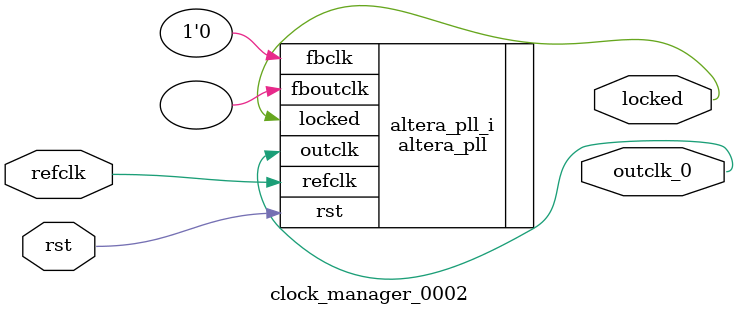
<source format=v>
`timescale 1ns/10ps
module  clock_manager_0002(

	// interface 'refclk'
	input wire refclk,

	// interface 'reset'
	input wire rst,

	// interface 'outclk0'
	output wire outclk_0,

	// interface 'locked'
	output wire locked
);

	altera_pll #(
		.fractional_vco_multiplier("false"),
		.reference_clock_frequency("50.0 MHz"),
		.operation_mode("direct"),
		.number_of_clocks(1),
		.output_clock_frequency0("40.000000 MHz"),
		.phase_shift0("0 ps"),
		.duty_cycle0(50),
		.output_clock_frequency1("0 MHz"),
		.phase_shift1("0 ps"),
		.duty_cycle1(50),
		.output_clock_frequency2("0 MHz"),
		.phase_shift2("0 ps"),
		.duty_cycle2(50),
		.output_clock_frequency3("0 MHz"),
		.phase_shift3("0 ps"),
		.duty_cycle3(50),
		.output_clock_frequency4("0 MHz"),
		.phase_shift4("0 ps"),
		.duty_cycle4(50),
		.output_clock_frequency5("0 MHz"),
		.phase_shift5("0 ps"),
		.duty_cycle5(50),
		.output_clock_frequency6("0 MHz"),
		.phase_shift6("0 ps"),
		.duty_cycle6(50),
		.output_clock_frequency7("0 MHz"),
		.phase_shift7("0 ps"),
		.duty_cycle7(50),
		.output_clock_frequency8("0 MHz"),
		.phase_shift8("0 ps"),
		.duty_cycle8(50),
		.output_clock_frequency9("0 MHz"),
		.phase_shift9("0 ps"),
		.duty_cycle9(50),
		.output_clock_frequency10("0 MHz"),
		.phase_shift10("0 ps"),
		.duty_cycle10(50),
		.output_clock_frequency11("0 MHz"),
		.phase_shift11("0 ps"),
		.duty_cycle11(50),
		.output_clock_frequency12("0 MHz"),
		.phase_shift12("0 ps"),
		.duty_cycle12(50),
		.output_clock_frequency13("0 MHz"),
		.phase_shift13("0 ps"),
		.duty_cycle13(50),
		.output_clock_frequency14("0 MHz"),
		.phase_shift14("0 ps"),
		.duty_cycle14(50),
		.output_clock_frequency15("0 MHz"),
		.phase_shift15("0 ps"),
		.duty_cycle15(50),
		.output_clock_frequency16("0 MHz"),
		.phase_shift16("0 ps"),
		.duty_cycle16(50),
		.output_clock_frequency17("0 MHz"),
		.phase_shift17("0 ps"),
		.duty_cycle17(50),
		.pll_type("General"),
		.pll_subtype("General")
	) altera_pll_i (
		.rst	(rst),
		.outclk	({outclk_0}),
		.locked	(locked),
		.fboutclk	( ),
		.fbclk	(1'b0),
		.refclk	(refclk)
	);
endmodule


</source>
